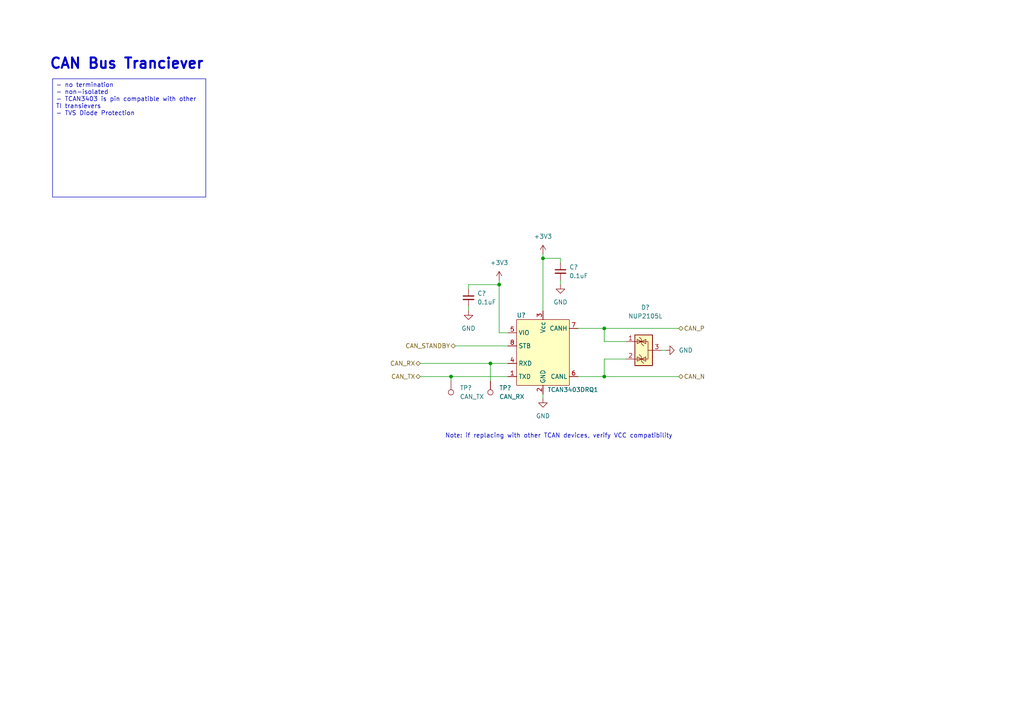
<source format=kicad_sch>
(kicad_sch (version 20250114) (generator "eeschema") (generator_version "9.0")
  (paper "A4")
  (lib_symbols
    (symbol "Connector:TestPoint" (pin_numbers (hide yes)) (pin_names (offset 0.762) (hide yes))
      (property "Reference" "TP" (at 0 6.858 0))
      (property "Value" "TestPoint" (at 0 5.08 0))
      (symbol "TestPoint_0_1"
        (circle (center 0 3.302) (radius 0.762))
      )
      (symbol "TestPoint_1_1"
        (pin passive line (at 0 0 90) (length 2.54) (name "1") (number "1"))
      )
    )
    (symbol "Device:C_Small" (pin_numbers (hide yes)) (pin_names (offset 0.254) (hide yes))
      (property "Reference" "C" (at 0.254 1.778 0))
      (property "Value" "C_Small" (at 0.254 -2.032 0))
      (symbol "C_Small_0_1"
        (polyline (pts (xy -1.524 0.508) (xy 1.524 0.508)) (stroke (width 0.3048)))
        (polyline (pts (xy -1.524 -0.508) (xy 1.524 -0.508)) (stroke (width 0.3302)))
      )
      (symbol "C_Small_1_1"
        (pin passive line (at 0 2.54 270) (length 2.032) (name "~") (number "1"))
        (pin passive line (at 0 -2.54 90) (length 2.032) (name "~") (number "2"))
      )
    )
    (symbol "Interface_CAN_LIN:TCAN3403DRQ1"
      (property "Reference" "U" (at -7.62 10.16 0))
      (property "Value" "TCAN3403DRQ1" (at 8.89 -11.43 0))
      (symbol "TCAN3403DRQ1_0_0"
        (pin power_in line (at -10.16 5.08 0) (length 2.54) (name "VIO") (number "5"))
        (pin input line (at -10.16 1.27 0) (length 2.54) (name "STB") (number "8"))
        (pin output line (at -10.16 -3.81 0) (length 2.54) (name "RXD") (number "4"))
        (pin input line (at -10.16 -7.62 0) (length 2.54) (name "TXD") (number "1"))
        (pin power_in line (at 0 11.43 270) (length 2.54) (name "Vcc") (number "3"))
        (pin power_out line (at 0 -12.7 90) (length 2.54) (name "GND") (number "2"))
        (pin bidirectional line (at 10.16 6.35 180) (length 2.54) (name "CANH") (number "7"))
        (pin bidirectional line (at 10.16 -7.62 180) (length 2.54) (name "CANL") (number "6"))
      )
      (symbol "TCAN3403DRQ1_0_1"
        (rectangle (start -7.62 8.89) (end 7.62 -10.16) (fill (type background)))
      )
    )
    (symbol "Power_Protection:NUP2105L" (pin_names (hide yes))
      (property "Reference" "D" (at 5.715 2.54 0))
      (property "Value" "NUP2105L" (at 5.715 0.635 0))
      (symbol "NUP2105L_0_0"
        (pin passive line (at 0 -5.08 90) (length 2.54) (name "A") (number "3"))
      )
      (symbol "NUP2105L_0_1"
        (rectangle (start -4.445 2.54) (end 4.445 -2.54) (stroke (width 0.254)) (fill (type background)))
        (polyline (pts (xy -3.81 1.27) (xy -3.175 0.635) (xy -1.905 0.635) (xy -1.27 0)))
        (polyline (pts (xy -2.54 2.54) (xy -2.54 0.635)))
        (polyline (pts (xy -2.54 0.635) (xy -2.54 -1.27) (xy 2.54 -1.27) (xy 2.54 0.635)))
        (polyline (pts (xy -2.54 0.635) (xy -1.905 -0.635) (xy -3.175 -0.635) (xy -2.54 0.635)))
        (polyline (pts (xy -2.54 0.635) (xy -3.175 1.905) (xy -1.905 1.905) (xy -2.54 0.635) (xy -2.54 1.27)))
        (polyline (pts (xy 0 -1.27) (xy 0 -2.54)))
        (polyline (pts (xy 1.27 1.27) (xy 1.905 0.635) (xy 2.54 0.635) (xy 3.175 0.635) (xy 3.81 0)))
        (polyline (pts (xy 2.54 2.54) (xy 2.54 0.635)))
        (polyline (pts (xy 2.54 0.635) (xy 1.905 -0.635) (xy 3.175 -0.635) (xy 2.54 0.635)))
        (polyline (pts (xy 2.54 0.635) (xy 3.175 1.905) (xy 1.905 1.905) (xy 2.54 0.635)))
      )
      (symbol "NUP2105L_1_1"
        (pin passive line (at -2.54 5.08 270) (length 2.54) (name "K") (number "1"))
        (pin passive line (at 2.54 5.08 270) (length 2.54) (name "K") (number "2"))
      )
    )
    (symbol "power:+3.3V" (power) (pin_names (offset 0))
      (property "Value" "+3.3V" (at 0 3.556 0))
      (symbol "+3.3V_0_1"
        (polyline (pts (xy -0.762 1.27) (xy 0 2.54)))
        (polyline (pts (xy 0 2.54) (xy 0.762 1.27)))
        (polyline (pts (xy 0 0) (xy 0 2.54)))
      )
      (symbol "+3.3V_1_1"
        (pin power_in line (at 0 0 90) (length 0) (hide yes) (name "+3V3") (number "1"))
      )
    )
    (symbol "power:GND" (power) (pin_names (offset 0))
      (property "Value" "GND" (at 0 -3.81 0))
      (symbol "GND_0_1"
        (polyline (pts (xy 0 0) (xy 0 -1.27) (xy 1.27 -1.27) (xy 0 -2.54) (xy -1.27 -1.27) (xy 0 -1.27)))
      )
      (symbol "GND_1_1"
        (pin power_in line (at 0 0 270) (length 0) (hide yes) (name "GND") (number "1"))
      )
    )
  )
  (text "Note: if replacing with other TCAN devices, verify VCC compatibility " (at 162.56 126.492 0) (effects (font (size 1.27 1.27))))
  (text "CAN Bus Tranciever" (at 14.224 20.32 0) (effects (font (size 3 3) (thickness 0.6) (bold yes)) (justify left bottom)))
  (text_box "- no termination\n- non-isolated\n- TCAN3403 is pin compatible with other TI transievers\n- TVS Diode Protection" (at 15.24 22.86 0) (size 44.45 34.29) (margins 0.9525 0.9525 0.9525 0.9525) (effects (font (size 1.27 1.27)) (justify left top)))
  (junction (at 157.48 74.93))
  (junction (at 142.24 105.41))
  (junction (at 175.26 109.22))
  (junction (at 144.78 82.55))
  (junction (at 175.26 95.25))
  (junction (at 130.81 109.22))
  (wire (pts (xy 144.78 96.52) (xy 144.78 82.55)))
  (wire (pts (xy 121.92 109.22) (xy 130.81 109.22)))
  (wire (pts (xy 147.32 96.52) (xy 144.78 96.52)))
  (wire (pts (xy 175.26 109.22) (xy 175.26 104.14)))
  (wire (pts (xy 175.26 109.22) (xy 196.85 109.22)))
  (wire (pts (xy 162.56 82.55) (xy 162.56 81.28)))
  (wire (pts (xy 175.26 95.25) (xy 175.26 99.06)))
  (wire (pts (xy 121.92 105.41) (xy 142.24 105.41)))
  (wire (pts (xy 130.81 109.22) (xy 147.32 109.22)))
  (wire (pts (xy 167.64 109.22) (xy 175.26 109.22)))
  (wire (pts (xy 157.48 74.93) (xy 157.48 90.17)))
  (wire (pts (xy 157.48 74.93) (xy 162.56 74.93)))
  (wire (pts (xy 142.24 105.41) (xy 147.32 105.41)))
  (wire (pts (xy 175.26 99.06) (xy 181.61 99.06)))
  (wire (pts (xy 135.89 82.55) (xy 135.89 83.82)))
  (wire (pts (xy 142.24 105.41) (xy 142.24 110.49)))
  (wire (pts (xy 144.78 82.55) (xy 135.89 82.55)))
  (wire (pts (xy 135.89 88.9) (xy 135.89 90.17)))
  (wire (pts (xy 157.48 114.3) (xy 157.48 115.57)))
  (wire (pts (xy 193.04 101.6) (xy 191.77 101.6)))
  (wire (pts (xy 175.26 104.14) (xy 181.61 104.14)))
  (wire (pts (xy 167.64 95.25) (xy 175.26 95.25)))
  (wire (pts (xy 157.48 73.66) (xy 157.48 74.93)))
  (wire (pts (xy 162.56 76.2) (xy 162.56 74.93)))
  (wire (pts (xy 175.26 95.25) (xy 196.85 95.25)))
  (wire (pts (xy 130.81 109.22) (xy 130.81 110.49)))
  (wire (pts (xy 132.08 100.33) (xy 147.32 100.33)))
  (wire (pts (xy 144.78 81.28) (xy 144.78 82.55)))
  (hierarchical_label "CAN_P" (shape bidirectional) (at 196.85 95.25 0))
  (hierarchical_label "CAN_N" (shape bidirectional) (at 196.85 109.22 0))
  (hierarchical_label "CAN_TX" (shape bidirectional) (at 121.92 109.22 180))
  (hierarchical_label "CAN_STANDBY" (shape bidirectional) (at 132.08 100.33 180))
  (hierarchical_label "CAN_RX" (shape bidirectional) (at 121.92 105.41 180))
  (symbol (lib_id "Connector:TestPoint") (at 142.24 110.49 180) (unit 1)
    (property "Reference" "TP?" (at 144.78 112.5219 0) (effects (justify right)))
    (property "Value" "CAN_RX" (at 144.78 115.0619 0) (effects (justify right)))
    (property "Footprint" "TestPoint:TestPoint_Pad_D1.0mm" (effects (hide yes)))
  )
  (symbol (lib_id "power:GND") (at 162.56 82.55 0) (unit 1)
    (property "Reference" "#PWR?" (effects (hide yes)))
    (property "Value" "GND" (at 162.56 87.63 0))
  )
  (symbol (lib_id "power:+3.3V") (at 157.48 73.66 0) (unit 1)
    (property "Reference" "#PWR?" (effects (hide yes)))
    (property "Value" "+3V3" (at 157.48 68.58 0))
  )
  (symbol (lib_id "power:GND") (at 193.04 101.6 90) (unit 1)
    (property "Reference" "#PWR?" (effects (hide yes)))
    (property "Value" "GND" (at 196.85 101.5999 90) (effects (justify right)))
  )
  (symbol (lib_id "Interface_CAN_LIN:TCAN3403DRQ1") (at 157.48 101.6 0) (unit 1)
    (property "Reference" "U?" (at 149.86 91.44 0) (effects (justify left)))
    (property "Value" "TCAN3403DRQ1" (at 158.75 113.03 0) (effects (justify left)))
    (property "Footprint" "Package_SO:SOIC-8_3.9x4.9mm_P1.27mm" (effects (hide yes)))
  )
  (symbol (lib_id "power:+3.3V") (at 144.78 81.28 0) (unit 1)
    (property "Reference" "#PWR?" (effects (hide yes)))
    (property "Value" "+3V3" (at 144.78 76.2 0))
  )
  (symbol (lib_id "Device:C_Small") (at 135.89 86.36 0) (unit 1)
    (property "Reference" "C?" (at 138.43 85.0962 0) (effects (justify left)))
    (property "Value" "0.1uF" (at 138.43 87.6362 0) (effects (justify left)))
    (property "Footprint" "Capacitor_SMD:C_0603_1608Metric" (effects (hide yes)))
  )
  (symbol (lib_id "power:GND") (at 157.48 115.57 0) (unit 1)
    (property "Reference" "#PWR?" (effects (hide yes)))
    (property "Value" "GND" (at 157.48 120.65 0))
  )
  (symbol (lib_id "power:GND") (at 135.89 90.17 0) (unit 1)
    (property "Reference" "#PWR?" (effects (hide yes)))
    (property "Value" "GND" (at 135.89 95.25 0))
  )
  (symbol (lib_id "Device:C_Small") (at 162.56 78.74 0) (unit 1)
    (property "Reference" "C?" (at 165.1 77.4762 0) (effects (justify left)))
    (property "Value" "0.1uF" (at 165.1 80.0162 0) (effects (justify left)))
    (property "Footprint" "Capacitor_SMD:C_0603_1608Metric" (effects (hide yes)))
  )
  (symbol (lib_id "Power_Protection:NUP2105L") (at 186.69 101.6 90) (mirror x) (unit 1)
    (property "Reference" "D?" (at 187.198 89.154 90))
    (property "Value" "NUP2105L" (at 187.198 91.694 90))
    (property "Footprint" "Package_TO_SOT_SMD:SOT-23" (effects (hide yes)))
    (property "Datasheet" "http://www.onsemi.com/pub_link/Collateral/NUP2105L-D.PDF" (effects (hide yes)))
  )
  (symbol (lib_id "Connector:TestPoint") (at 130.81 110.49 180) (unit 1)
    (property "Reference" "TP?" (at 133.35 112.5219 0) (effects (justify right)))
    (property "Value" "CAN_TX" (at 133.35 115.0619 0) (effects (justify right)))
    (property "Footprint" "TestPoint:TestPoint_Pad_D1.0mm" (effects (hide yes)))
  )
)
</source>
